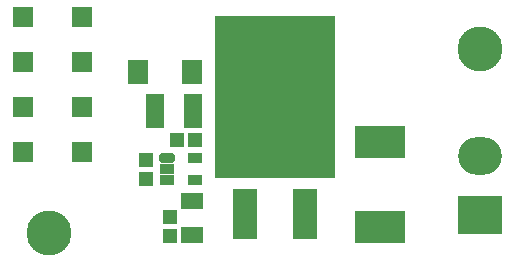
<source format=gts>
%FSLAX44Y44*%
%MOMM*%
G71*
G01*
G75*
G04 Layer_Color=8388736*
%ADD10R,1.7000X1.2500*%
%ADD11R,10.0000X13.5000*%
%ADD12R,1.8000X4.0000*%
G04:AMPARAMS|DCode=13|XSize=0.7mm|YSize=1.1mm|CornerRadius=0mm|HoleSize=0mm|Usage=FLASHONLY|Rotation=270.000|XOffset=0mm|YOffset=0mm|HoleType=Round|Shape=Octagon|*
%AMOCTAGOND13*
4,1,8,0.5500,0.1750,0.5500,-0.1750,0.3750,-0.3500,-0.3750,-0.3500,-0.5500,-0.1750,-0.5500,0.1750,-0.3750,0.3500,0.3750,0.3500,0.5500,0.1750,0.0*
%
%ADD13OCTAGOND13*%

%ADD14R,1.1000X0.7000*%
%ADD15R,0.9500X1.0000*%
%ADD16R,4.0000X2.5000*%
%ADD17R,1.6000X1.8000*%
%ADD18R,1.4500X2.8000*%
%ADD19R,1.1000X0.9500*%
%ADD20C,0.5000*%
%ADD21C,1.0000*%
%ADD22C,0.6800*%
%ADD23C,0.3000*%
%ADD24R,1.6000X1.6000*%
%ADD25C,3.6000*%
%ADD26O,3.5000X3.0000*%
%ADD27R,3.5000X3.0000*%
%ADD28C,0.8000*%
%ADD29C,0.2000*%
%ADD30C,0.0254*%
%ADD31R,1.9000X1.4500*%
%ADD32R,10.2000X13.7000*%
%ADD33R,2.0000X4.2000*%
G04:AMPARAMS|DCode=34|XSize=0.9mm|YSize=1.3mm|CornerRadius=0mm|HoleSize=0mm|Usage=FLASHONLY|Rotation=270.000|XOffset=0mm|YOffset=0mm|HoleType=Round|Shape=Octagon|*
%AMOCTAGOND34*
4,1,8,0.6500,0.2250,0.6500,-0.2250,0.4250,-0.4500,-0.4250,-0.4500,-0.6500,-0.2250,-0.6500,0.2250,-0.4250,0.4500,0.4250,0.4500,0.6500,0.2250,0.0*
%
%ADD34OCTAGOND34*%

%ADD35R,1.3000X0.9000*%
%ADD36R,1.1500X1.2000*%
%ADD37R,4.2000X2.7000*%
%ADD38R,1.8000X2.0000*%
%ADD39R,1.6500X3.0000*%
%ADD40R,1.3000X1.1500*%
%ADD41R,1.8000X1.8000*%
%ADD42C,3.8000*%
%ADD43O,3.7000X3.2000*%
%ADD44R,3.7000X3.2000*%
%ADD45C,1.0000*%
D31*
X210750Y87200D02*
D03*
Y58700D02*
D03*
D32*
X280750Y174949D02*
D03*
D33*
X306150Y76250D02*
D03*
X255250D02*
D03*
D34*
X189250Y123500D02*
D03*
D35*
Y104500D02*
D03*
X189250Y113980D02*
D03*
X212750Y104500D02*
D03*
Y123500D02*
D03*
D36*
X171750Y121730D02*
D03*
Y105730D02*
D03*
X191500Y57450D02*
D03*
Y73450D02*
D03*
D37*
X369500Y137310D02*
D03*
X369500Y65450D02*
D03*
D38*
X164390Y196000D02*
D03*
X210110D02*
D03*
D39*
X179250Y163250D02*
D03*
X211250D02*
D03*
D40*
X213000Y138750D02*
D03*
X198000D02*
D03*
D41*
X67252Y166601D02*
D03*
X117252D02*
D03*
X67252Y128501D02*
D03*
X117252D02*
D03*
X67252Y242801D02*
D03*
X117252D02*
D03*
X67252Y204701D02*
D03*
X117252D02*
D03*
D42*
X89250Y59751D02*
D03*
X454500Y215500D02*
D03*
D43*
Y124950D02*
D03*
D44*
Y74950D02*
D03*
D45*
X324750Y138000D02*
D03*
X302813Y138100D02*
D03*
Y162700D02*
D03*
Y187050D02*
D03*
X324750Y187300D02*
D03*
Y162700D02*
D03*
X302813Y211650D02*
D03*
X324750Y211900D02*
D03*
Y236500D02*
D03*
X237000Y236250D02*
D03*
X258938Y236500D02*
D03*
X280875D02*
D03*
X302813Y236250D02*
D03*
X280875Y211900D02*
D03*
X258938D02*
D03*
X237000Y211650D02*
D03*
X280875Y187300D02*
D03*
X258938D02*
D03*
X237000Y187050D02*
D03*
X280875Y162700D02*
D03*
X258938D02*
D03*
X237000Y162450D02*
D03*
X280875Y138100D02*
D03*
X258938D02*
D03*
X237000Y137850D02*
D03*
X324750Y113500D02*
D03*
X302813Y113250D02*
D03*
X280875Y113500D02*
D03*
X258938D02*
D03*
X237000Y113250D02*
D03*
M02*

</source>
